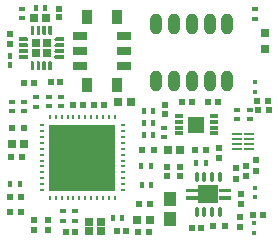
<source format=gtp>
G04*
G04 #@! TF.GenerationSoftware,Altium Limited,Altium Designer,23.3.1 (30)*
G04*
G04 Layer_Color=8421504*
%FSLAX44Y44*%
%MOMM*%
G71*
G04*
G04 #@! TF.SameCoordinates,837CF2E7-3A67-4F18-B0B9-64CBEB55FE63*
G04*
G04*
G04 #@! TF.FilePolarity,Positive*
G04*
G01*
G75*
%ADD18R,0.6500X0.6500*%
%ADD19R,0.5000X0.4000*%
%ADD20R,0.5500X0.5500*%
%ADD21R,0.5500X0.5500*%
%ADD22R,0.8500X1.2500*%
%ADD23R,1.2500X0.6500*%
%ADD24O,1.0000X1.8000*%
%ADD25R,0.7500X0.6500*%
%ADD26R,0.5682X0.5725*%
%ADD27R,0.6500X0.7500*%
%ADD28R,0.4725X0.4682*%
%ADD29R,0.7500X0.3000*%
%ADD30R,1.3600X1.4600*%
%ADD31R,0.4500X0.5000*%
%ADD32C,0.2700*%
%ADD33R,0.4000X0.5000*%
%ADD34R,0.5725X0.5682*%
%ADD35R,0.5153X0.4725*%
%ADD36R,0.6000X0.5500*%
%ADD37R,0.7000X0.6500*%
%ADD38R,0.4725X0.5153*%
G04:AMPARAMS|DCode=39|XSize=1.75mm|YSize=1.5mm|CornerRadius=0.0525mm|HoleSize=0mm|Usage=FLASHONLY|Rotation=180.000|XOffset=0mm|YOffset=0mm|HoleType=Round|Shape=RoundedRectangle|*
%AMROUNDEDRECTD39*
21,1,1.7500,1.3950,0,0,180.0*
21,1,1.6450,1.5000,0,0,180.0*
1,1,0.1050,-0.8225,0.6975*
1,1,0.1050,0.8225,0.6975*
1,1,0.1050,0.8225,-0.6975*
1,1,0.1050,-0.8225,-0.6975*
%
%ADD39ROUNDEDRECTD39*%
G04:AMPARAMS|DCode=40|XSize=0.35mm|YSize=0.85mm|CornerRadius=0.0508mm|HoleSize=0mm|Usage=FLASHONLY|Rotation=180.000|XOffset=0mm|YOffset=0mm|HoleType=Round|Shape=RoundedRectangle|*
%AMROUNDEDRECTD40*
21,1,0.3500,0.7485,0,0,180.0*
21,1,0.2485,0.8500,0,0,180.0*
1,1,0.1015,-0.1243,0.3743*
1,1,0.1015,0.1243,0.3743*
1,1,0.1015,0.1243,-0.3743*
1,1,0.1015,-0.1243,-0.3743*
%
%ADD40ROUNDEDRECTD40*%
%ADD41R,0.5000X0.5000*%
%ADD42R,1.1121X1.2578*%
%ADD43R,0.4500X0.4500*%
%ADD44R,0.7154X0.6725*%
%ADD45R,5.6000X5.6000*%
%ADD46O,0.2500X0.4000*%
%ADD47O,0.4000X0.2500*%
%ADD48R,0.8128X0.2032*%
%ADD49R,0.7000X0.7000*%
G36*
X117732Y224705D02*
Y224407D01*
X117503Y223856D01*
X117082Y223434D01*
X116530Y223205D01*
X115934D01*
X115382Y223434D01*
X114960Y223856D01*
X114732Y224407D01*
Y224705D01*
X114732D01*
Y231205D01*
X117732D01*
Y224705D01*
D02*
G37*
G36*
X112732D02*
Y224407D01*
X112503Y223856D01*
X112082Y223434D01*
X111530Y223205D01*
X110934D01*
X110382Y223434D01*
X109960Y223856D01*
X109732Y224407D01*
Y224705D01*
Y231205D01*
X112732D01*
Y224705D01*
D02*
G37*
G36*
X107732D02*
Y224407D01*
X107503Y223856D01*
X107082Y223434D01*
X106530Y223205D01*
X105934D01*
X105382Y223434D01*
X104960Y223856D01*
X104732Y224407D01*
Y224705D01*
Y231205D01*
X107732D01*
Y224705D01*
D02*
G37*
G36*
X102732D02*
Y224407D01*
X102503Y223856D01*
X102082Y223434D01*
X101530Y223205D01*
X100934D01*
X100382Y223434D01*
X99960Y223856D01*
X99732Y224407D01*
Y224705D01*
Y231205D01*
X102732D01*
X102732Y224705D01*
D02*
G37*
G36*
X127732Y218205D02*
X121232Y218205D01*
X120934D01*
X120382Y218434D01*
X119960Y218856D01*
X119732Y219407D01*
Y219705D01*
Y220004D01*
X119960Y220555D01*
X120382Y220977D01*
X120934Y221205D01*
X127732D01*
Y218205D01*
D02*
G37*
G36*
X97082Y220977D02*
X97503Y220555D01*
X97732Y220004D01*
Y219705D01*
Y219407D01*
X97503Y218856D01*
X97082Y218434D01*
X96530Y218205D01*
X96232D01*
Y218205D01*
X89732D01*
Y221205D01*
X96530D01*
X97082Y220977D01*
D02*
G37*
G36*
X127732Y213205D02*
X120934D01*
X120382Y213434D01*
X119960Y213856D01*
X119732Y214407D01*
Y214705D01*
Y215004D01*
X119960Y215555D01*
X120382Y215977D01*
X120934Y216205D01*
X127732D01*
Y213205D01*
D02*
G37*
G36*
X97082Y215977D02*
X97503Y215555D01*
X97732Y215004D01*
Y214705D01*
Y214407D01*
X97503Y213856D01*
X97082Y213434D01*
X96530Y213205D01*
X89732D01*
Y216205D01*
X96530D01*
X97082Y215977D01*
D02*
G37*
G36*
X127732Y208205D02*
X120934D01*
X120382Y208434D01*
X119960Y208856D01*
X119732Y209407D01*
Y209705D01*
Y210004D01*
X119960Y210555D01*
X120382Y210977D01*
X120934Y211205D01*
X127732D01*
Y208205D01*
D02*
G37*
G36*
X97082Y210977D02*
X97503Y210555D01*
X97732Y210004D01*
Y209705D01*
Y209407D01*
X97503Y208856D01*
X97082Y208434D01*
X96530Y208205D01*
X89732D01*
Y211205D01*
X96530D01*
X97082Y210977D01*
D02*
G37*
G36*
X127732Y203205D02*
X120934D01*
X120382Y203434D01*
X119960Y203856D01*
X119732Y204407D01*
Y204705D01*
Y205004D01*
X119960Y205555D01*
X120382Y205977D01*
X120934Y206205D01*
X121232D01*
Y206205D01*
X127732D01*
Y203205D01*
D02*
G37*
G36*
X96232Y206205D02*
X96530D01*
X97082Y205977D01*
X97503Y205555D01*
X97732Y205004D01*
Y204705D01*
Y204407D01*
X97503Y203856D01*
X97082Y203434D01*
X96530Y203205D01*
X89732D01*
Y206205D01*
X96232Y206205D01*
D02*
G37*
G36*
X117082Y200977D02*
X117503Y200555D01*
X117732Y200004D01*
Y199705D01*
Y193205D01*
X114732D01*
X114732Y199705D01*
Y200004D01*
X114960Y200555D01*
X115382Y200977D01*
X115934Y201205D01*
X116530D01*
X117082Y200977D01*
D02*
G37*
G36*
X112082D02*
X112503Y200555D01*
X112732Y200004D01*
Y199705D01*
Y193205D01*
X109732D01*
Y199705D01*
Y200004D01*
X109960Y200555D01*
X110382Y200977D01*
X110934Y201205D01*
X111530D01*
X112082Y200977D01*
D02*
G37*
G36*
X107082D02*
X107503Y200555D01*
X107732Y200004D01*
Y199705D01*
Y193205D01*
X104732D01*
Y199705D01*
Y200004D01*
X104960Y200555D01*
X105382Y200977D01*
X105934Y201205D01*
X106530D01*
X107082Y200977D01*
D02*
G37*
G36*
X102082D02*
X102503Y200555D01*
X102732Y200004D01*
Y199705D01*
X102732D01*
Y193205D01*
X99732D01*
Y199705D01*
Y200004D01*
X99960Y200555D01*
X100382Y200977D01*
X100934Y201205D01*
X101530D01*
X102082Y200977D01*
D02*
G37*
G36*
X269050Y90320D02*
X258800D01*
Y93120D01*
X269050D01*
Y90320D01*
D02*
G37*
G36*
X241300D02*
X231050D01*
Y93120D01*
X241300D01*
Y90320D01*
D02*
G37*
G36*
X269050Y83820D02*
X258800D01*
Y86620D01*
X269050D01*
Y83820D01*
D02*
G37*
G36*
X241300D02*
X231050D01*
Y86620D01*
X241300D01*
Y83820D01*
D02*
G37*
D18*
X104232Y216705D02*
D03*
X113232D02*
D03*
X104232Y207705D02*
D03*
X113232D02*
D03*
D19*
X285043Y160025D02*
D03*
Y152025D02*
D03*
X212435Y144616D02*
D03*
Y136616D02*
D03*
X115165Y171084D02*
D03*
Y163084D02*
D03*
X125172Y171084D02*
D03*
Y163084D02*
D03*
X127000Y65850D02*
D03*
Y73850D02*
D03*
X137160Y65850D02*
D03*
Y73850D02*
D03*
X92710Y237300D02*
D03*
Y245300D02*
D03*
X289523Y244999D02*
D03*
Y236999D02*
D03*
X274320Y160020D02*
D03*
Y152020D02*
D03*
X84223Y158784D02*
D03*
Y166784D02*
D03*
X94308Y158784D02*
D03*
Y166784D02*
D03*
X104642Y162395D02*
D03*
Y170395D02*
D03*
D20*
X301115Y159313D02*
D03*
X292115D02*
D03*
X200038Y56415D02*
D03*
X191038D02*
D03*
X287600Y71120D02*
D03*
X296600D02*
D03*
X135200Y163830D02*
D03*
X144200D02*
D03*
X161980D02*
D03*
X152980D02*
D03*
X300410Y167640D02*
D03*
X291410D02*
D03*
D21*
X290150Y117058D02*
D03*
Y108058D02*
D03*
X82550Y224210D02*
D03*
Y215210D02*
D03*
X282023Y103704D02*
D03*
Y112704D02*
D03*
D22*
X172720Y238300D02*
D03*
X147320D02*
D03*
X172720Y180800D02*
D03*
X147320D02*
D03*
D23*
X178770Y196850D02*
D03*
Y209550D02*
D03*
Y222250D02*
D03*
X141270Y196850D02*
D03*
Y209550D02*
D03*
Y222250D02*
D03*
D24*
X266220Y232280D02*
D03*
X251220D02*
D03*
X236220D02*
D03*
X221220D02*
D03*
X206220D02*
D03*
X266220Y184280D02*
D03*
X251220D02*
D03*
X236220D02*
D03*
X221220D02*
D03*
X206220D02*
D03*
D25*
X148890Y57664D02*
D03*
X159390D02*
D03*
Y65164D02*
D03*
X148890D02*
D03*
D26*
X91284Y73314D02*
D03*
X82241D02*
D03*
X200423Y79804D02*
D03*
X191380D02*
D03*
X102863Y182561D02*
D03*
X93820D02*
D03*
X248287Y126105D02*
D03*
X239244D02*
D03*
X92504Y120225D02*
D03*
X83461D02*
D03*
X91463Y86082D02*
D03*
X82420D02*
D03*
D27*
X173570Y166370D02*
D03*
X184570D02*
D03*
X201127Y66214D02*
D03*
X190127D02*
D03*
D28*
X213685Y156314D02*
D03*
Y164357D02*
D03*
X258968Y127209D02*
D03*
Y119166D02*
D03*
D29*
X225030Y139820D02*
D03*
Y144820D02*
D03*
Y149820D02*
D03*
Y154820D02*
D03*
X255030D02*
D03*
Y149820D02*
D03*
Y144820D02*
D03*
Y139820D02*
D03*
D30*
X240030Y147320D02*
D03*
D31*
X82550Y205680D02*
D03*
Y198180D02*
D03*
D32*
X93732Y209705D02*
D03*
X116232Y197205D02*
D03*
X111232D02*
D03*
X106232Y197051D02*
D03*
X101232Y197205D02*
D03*
X93732Y204705D02*
D03*
X93578Y214705D02*
D03*
X93732Y219705D02*
D03*
X101232Y227205D02*
D03*
X106232D02*
D03*
X111232Y227360D02*
D03*
X116232Y227205D02*
D03*
X123732Y219705D02*
D03*
Y214705D02*
D03*
X123886Y209705D02*
D03*
X123732Y204705D02*
D03*
D33*
X195390Y148590D02*
D03*
X203390D02*
D03*
X193507Y112074D02*
D03*
X201507D02*
D03*
X177431Y68506D02*
D03*
X169431D02*
D03*
X240100Y115152D02*
D03*
X248100D02*
D03*
X194035Y96511D02*
D03*
X202035D02*
D03*
X195341Y138771D02*
D03*
X203341D02*
D03*
X195580Y158750D02*
D03*
X203580D02*
D03*
X112143Y245830D02*
D03*
X104143D02*
D03*
X90331Y96712D02*
D03*
X82331D02*
D03*
D34*
X273948Y101142D02*
D03*
Y110185D02*
D03*
X102870Y66751D02*
D03*
Y57709D02*
D03*
X278104Y88932D02*
D03*
Y79889D02*
D03*
X276860Y60248D02*
D03*
Y69292D02*
D03*
X114300Y57709D02*
D03*
Y66751D02*
D03*
D35*
X243816Y59690D02*
D03*
X236244D02*
D03*
X137385Y56695D02*
D03*
X129814D02*
D03*
X172770Y57076D02*
D03*
X180341D02*
D03*
X116602Y183659D02*
D03*
X124173D02*
D03*
D36*
X228160Y166370D02*
D03*
X236660D02*
D03*
X258250D02*
D03*
X249750D02*
D03*
D37*
X112376Y237259D02*
D03*
X102876D02*
D03*
D38*
X124157Y245629D02*
D03*
Y238058D02*
D03*
X226320Y111318D02*
D03*
Y103747D02*
D03*
X214890Y111318D02*
D03*
Y103747D02*
D03*
D39*
X250050Y88470D02*
D03*
D40*
X259800Y103220D02*
D03*
X253300D02*
D03*
X246800D02*
D03*
X240300D02*
D03*
X259800Y73720D02*
D03*
X253300D02*
D03*
X246800D02*
D03*
X240300D02*
D03*
D41*
X253940Y61800D02*
D03*
X263940D02*
D03*
X204310Y125730D02*
D03*
X194310D02*
D03*
X83900Y144780D02*
D03*
X93900D02*
D03*
D42*
X217430Y67510D02*
D03*
Y84054D02*
D03*
D43*
X289720Y93638D02*
D03*
Y85638D02*
D03*
X288736Y63916D02*
D03*
Y55916D02*
D03*
X289560Y175070D02*
D03*
Y183070D02*
D03*
D44*
X216194Y125730D02*
D03*
X225766D02*
D03*
X84114Y130810D02*
D03*
X93686D02*
D03*
D45*
X143510Y119380D02*
D03*
D46*
X171010Y85130D02*
D03*
X166010D02*
D03*
X161010D02*
D03*
X156010D02*
D03*
X151010D02*
D03*
X146010D02*
D03*
X141010D02*
D03*
X136010D02*
D03*
X131010D02*
D03*
X126010D02*
D03*
X121010D02*
D03*
X116010D02*
D03*
Y153630D02*
D03*
X121010D02*
D03*
X126010D02*
D03*
X131010D02*
D03*
X136010D02*
D03*
X141010D02*
D03*
X146010D02*
D03*
X151010D02*
D03*
X156010D02*
D03*
X161010D02*
D03*
X166010D02*
D03*
X171010D02*
D03*
D47*
X109260Y91880D02*
D03*
Y96880D02*
D03*
Y101880D02*
D03*
Y106880D02*
D03*
Y111880D02*
D03*
Y116880D02*
D03*
Y121880D02*
D03*
Y126880D02*
D03*
Y131880D02*
D03*
Y136880D02*
D03*
Y141880D02*
D03*
Y146880D02*
D03*
X177760D02*
D03*
Y141880D02*
D03*
Y136880D02*
D03*
Y131880D02*
D03*
Y96880D02*
D03*
Y101880D02*
D03*
Y106880D02*
D03*
Y111880D02*
D03*
Y116880D02*
D03*
Y121880D02*
D03*
Y126880D02*
D03*
Y91880D02*
D03*
D48*
X284480Y139000D02*
D03*
Y135000D02*
D03*
Y131000D02*
D03*
Y127000D02*
D03*
X274574D02*
D03*
Y131000D02*
D03*
Y135000D02*
D03*
Y139000D02*
D03*
D49*
X298019Y211094D02*
D03*
Y225094D02*
D03*
M02*

</source>
